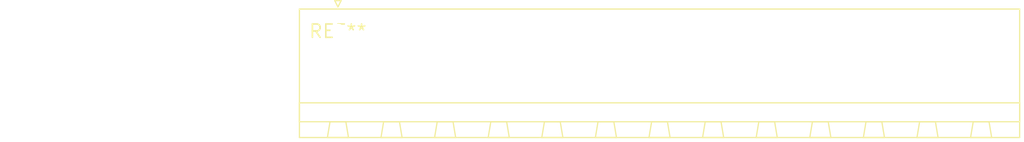
<source format=kicad_pcb>
(kicad_pcb (version 20240108) (generator pcbnew)
  (layers (0 "F.Cu" signal) (31 "B.Cu" signal) (34 "B.Paste" user) (35 "F.Paste" user) (36 "B.SilkS" user "B.Silkscreen") (37 "F.SilkS" user "F.Silkscreen") (38 "B.Mask" user) (39 "F.Mask" user) (44 "Edge.Cuts" user))
  (net 0 "")
  (footprint "PhoenixContact_MSTBA_2,5_13-G-5,08_1x13_P5.08mm_Horizontal" (layer "F.Cu") (at 0 0)
    (property "Reference" "REF**")
    (property "Value" "PhoenixContact_MSTBA_2,5_13-G-5,08_1x13_P5.08mm_Horizontal")
    (fp_line (start -3.65 -2.11) (end -3.65 10.11) (layer "F.SilkS") (stroke (width 0.12)))
    (fp_line (start -3.65 6.81) (end 64.61 6.81) (layer "F.SilkS") (stroke (width 0.12)))
    (fp_line (start -3.65 8.61) (end -3.65 6.81) (layer "F.SilkS") (stroke (width 0.12)))
    (fp_line (start -3.65 10.11) (end 64.61 10.11) (layer "F.SilkS") (stroke (width 0.12)))
    (fp_line (start -1 10.11) (end 1 10.11) (layer "F.SilkS") (stroke (width 0.12)))
    (fp_line (start -0.75 8.61) (end -1 10.11) (layer "F.SilkS") (stroke (width 0.12)))
    (fp_line (start -0.3 -2.91) (end 0.3 -2.91) (layer "F.SilkS") (stroke (width 0.12)))
    (fp_line (start 0 -2.31) (end -0.3 -2.91) (layer "F.SilkS") (stroke (width 0.12)))
    (fp_line (start 0.3 -2.91) (end 0 -2.31) (layer "F.SilkS") (stroke (width 0.12)))
    (fp_line (start 0.75 8.61) (end -0.75 8.61) (layer "F.SilkS") (stroke (width 0.12)))
    (fp_line (start 1 10.11) (end 0.75 8.61) (layer "F.SilkS") (stroke (width 0.12)))
    (fp_line (start 4.08 10.11) (end 6.08 10.11) (layer "F.SilkS") (stroke (width 0.12)))
    (fp_line (start 4.33 8.61) (end 4.08 10.11) (layer "F.SilkS") (stroke (width 0.12)))
    (fp_line (start 5.83 8.61) (end 4.33 8.61) (layer "F.SilkS") (stroke (width 0.12)))
    (fp_line (start 6.08 10.11) (end 5.83 8.61) (layer "F.SilkS") (stroke (width 0.12)))
    (fp_line (start 9.16 10.11) (end 11.16 10.11) (layer "F.SilkS") (stroke (width 0.12)))
    (fp_line (start 9.41 8.61) (end 9.16 10.11) (layer "F.SilkS") (stroke (width 0.12)))
    (fp_line (start 10.91 8.61) (end 9.41 8.61) (layer "F.SilkS") (stroke (width 0.12)))
    (fp_line (start 11.16 10.11) (end 10.91 8.61) (layer "F.SilkS") (stroke (width 0.12)))
    (fp_line (start 14.24 10.11) (end 16.24 10.11) (layer "F.SilkS") (stroke (width 0.12)))
    (fp_line (start 14.49 8.61) (end 14.24 10.11) (layer "F.SilkS") (stroke (width 0.12)))
    (fp_line (start 15.99 8.61) (end 14.49 8.61) (layer "F.SilkS") (stroke (width 0.12)))
    (fp_line (start 16.24 10.11) (end 15.99 8.61) (layer "F.SilkS") (stroke (width 0.12)))
    (fp_line (start 19.32 10.11) (end 21.32 10.11) (layer "F.SilkS") (stroke (width 0.12)))
    (fp_line (start 19.57 8.61) (end 19.32 10.11) (layer "F.SilkS") (stroke (width 0.12)))
    (fp_line (start 21.07 8.61) (end 19.57 8.61) (layer "F.SilkS") (stroke (width 0.12)))
    (fp_line (start 21.32 10.11) (end 21.07 8.61) (layer "F.SilkS") (stroke (width 0.12)))
    (fp_line (start 24.4 10.11) (end 26.4 10.11) (layer "F.SilkS") (stroke (width 0.12)))
    (fp_line (start 24.65 8.61) (end 24.4 10.11) (layer "F.SilkS") (stroke (width 0.12)))
    (fp_line (start 26.15 8.61) (end 24.65 8.61) (layer "F.SilkS") (stroke (width 0.12)))
    (fp_line (start 26.4 10.11) (end 26.15 8.61) (layer "F.SilkS") (stroke (width 0.12)))
    (fp_line (start 29.48 10.11) (end 31.48 10.11) (layer "F.SilkS") (stroke (width 0.12)))
    (fp_line (start 29.73 8.61) (end 29.48 10.11) (layer "F.SilkS") (stroke (width 0.12)))
    (fp_line (start 31.23 8.61) (end 29.73 8.61) (layer "F.SilkS") (stroke (width 0.12)))
    (fp_line (start 31.48 10.11) (end 31.23 8.61) (layer "F.SilkS") (stroke (width 0.12)))
    (fp_line (start 34.56 10.11) (end 36.56 10.11) (layer "F.SilkS") (stroke (width 0.12)))
    (fp_line (start 34.81 8.61) (end 34.56 10.11) (layer "F.SilkS") (stroke (width 0.12)))
    (fp_line (start 36.31 8.61) (end 34.81 8.61) (layer "F.SilkS") (stroke (width 0.12)))
    (fp_line (start 36.56 10.11) (end 36.31 8.61) (layer "F.SilkS") (stroke (width 0.12)))
    (fp_line (start 39.64 10.11) (end 41.64 10.11) (layer "F.SilkS") (stroke (width 0.12)))
    (fp_line (start 39.89 8.61) (end 39.64 10.11) (layer "F.SilkS") (stroke (width 0.12)))
    (fp_line (start 41.39 8.61) (end 39.89 8.61) (layer "F.SilkS") (stroke (width 0.12)))
    (fp_line (start 41.64 10.11) (end 41.39 8.61) (layer "F.SilkS") (stroke (width 0.12)))
    (fp_line (start 44.72 10.11) (end 46.72 10.11) (layer "F.SilkS") (stroke (width 0.12)))
    (fp_line (start 44.97 8.61) (end 44.72 10.11) (layer "F.SilkS") (stroke (width 0.12)))
    (fp_line (start 46.47 8.61) (end 44.97 8.61) (layer "F.SilkS") (stroke (width 0.12)))
    (fp_line (start 46.72 10.11) (end 46.47 8.61) (layer "F.SilkS") (stroke (width 0.12)))
    (fp_line (start 49.8 10.11) (end 51.8 10.11) (layer "F.SilkS") (stroke (width 0.12)))
    (fp_line (start 50.05 8.61) (end 49.8 10.11) (layer "F.SilkS") (stroke (width 0.12)))
    (fp_line (start 51.55 8.61) (end 50.05 8.61) (layer "F.SilkS") (stroke (width 0.12)))
    (fp_line (start 51.8 10.11) (end 51.55 8.61) (layer "F.SilkS") (stroke (width 0.12)))
    (fp_line (start 54.88 10.11) (end 56.88 10.11) (layer "F.SilkS") (stroke (width 0.12)))
    (fp_line (start 55.13 8.61) (end 54.88 10.11) (layer "F.SilkS") (stroke (width 0.12)))
    (fp_line (start 56.63 8.61) (end 55.13 8.61) (layer "F.SilkS") (stroke (width 0.12)))
    (fp_line (start 56.88 10.11) (end 56.63 8.61) (layer "F.SilkS") (stroke (width 0.12)))
    (fp_line (start 59.96 10.11) (end 61.96 10.11) (layer "F.SilkS") (stroke (width 0.12)))
    (fp_line (start 60.21 8.61) (end 59.96 10.11) (layer "F.SilkS") (stroke (width 0.12)))
    (fp_line (start 61.71 8.61) (end 60.21 8.61) (layer "F.SilkS") (stroke (width 0.12)))
    (fp_line (start 61.96 10.11) (end 61.71 8.61) (layer "F.SilkS") (stroke (width 0.12)))
    (fp_line (start 64.61 -2.11) (end -3.65 -2.11) (layer "F.SilkS") (stroke (width 0.12)))
    (fp_line (start 64.61 6.81) (end 64.61 8.61) (layer "F.SilkS") (stroke (width 0.12)))
    (fp_line (start 64.61 8.61) (end -3.65 8.61) (layer "F.SilkS") (stroke (width 0.12)))
    (fp_line (start 64.61 10.11) (end 64.61 -2.11) (layer "F.SilkS") (stroke (width 0.12)))
    (pad "1" thru_hole roundrect (at 0 0) (size 2.08 3.6) (drill 1.4) (layers *.Cu *.Mask) (remove_unused_layers) (roundrect_rratio 0.120192))
    (pad "2" thru_hole oval (at 5.08 0) (size 2.08 3.6) (drill 1.4) (layers *.Cu *.Mask) (remove_unused_layers))
    (pad "3" thru_hole oval (at 10.16 0) (size 2.08 3.6) (drill 1.4) (layers *.Cu *.Mask) (remove_unused_layers))
    (pad "4" thru_hole oval (at 15.24 0) (size 2.08 3.6) (drill 1.4) (layers *.Cu *.Mask) (remove_unused_layers))
    (pad "5" thru_hole oval (at 20.32 0) (size 2.08 3.6) (drill 1.4) (layers *.Cu *.Mask) (remove_unused_layers))
    (pad "6" thru_hole oval (at 25.4 0) (size 2.08 3.6) (drill 1.4) (layers *.Cu *.Mask) (remove_unused_layers))
    (pad "7" thru_hole oval (at 30.48 0) (size 2.08 3.6) (drill 1.4) (layers *.Cu *.Mask) (remove_unused_layers))
    (pad "8" thru_hole oval (at 35.56 0) (size 2.08 3.6) (drill 1.4) (layers *.Cu *.Mask) (remove_unused_layers))
    (pad "9" thru_hole oval (at 40.64 0) (size 2.08 3.6) (drill 1.4) (layers *.Cu *.Mask) (remove_unused_layers))
    (pad "10" thru_hole oval (at 45.72 0) (size 2.08 3.6) (drill 1.4) (layers *.Cu *.Mask) (remove_unused_layers))
    (pad "11" thru_hole oval (at 50.8 0) (size 2.08 3.6) (drill 1.4) (layers *.Cu *.Mask) (remove_unused_layers))
    (pad "12" thru_hole oval (at 55.88 0) (size 2.08 3.6) (drill 1.4) (layers *.Cu *.Mask) (remove_unused_layers))
    (pad "13" thru_hole oval (at 60.96 0) (size 2.08 3.6) (drill 1.4) (layers *.Cu *.Mask) (remove_unused_layers))
  )
)
</source>
